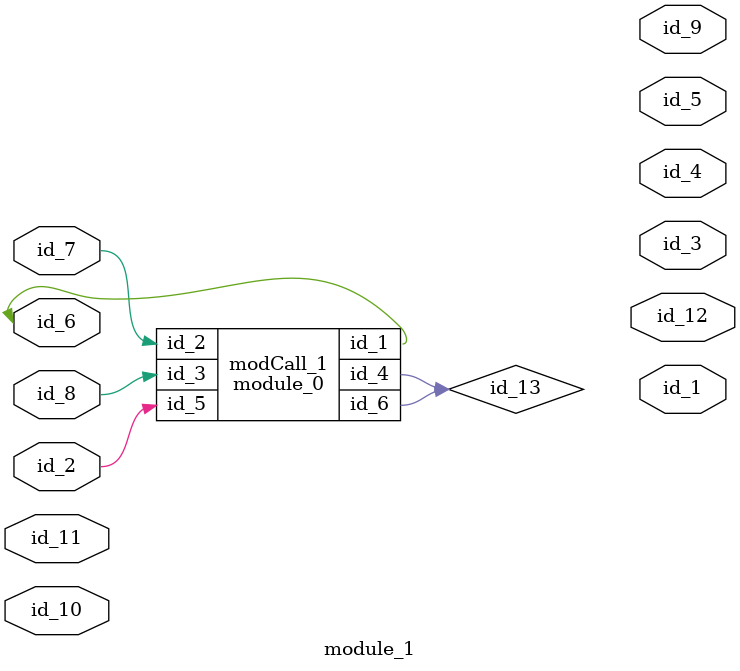
<source format=v>
module module_0 (
    id_1,
    id_2,
    id_3,
    id_4,
    id_5,
    id_6
);
  inout wire id_6;
  input wire id_5;
  inout wire id_4;
  input wire id_3;
  input wire id_2;
  inout wire id_1;
  assign id_6 = id_5;
endmodule
module module_1 (
    id_1,
    id_2,
    id_3,
    id_4,
    id_5,
    id_6,
    id_7,
    id_8,
    id_9,
    id_10,
    id_11,
    id_12
);
  output wire id_12;
  inout wire id_11;
  input wire id_10;
  output wire id_9;
  input wire id_8;
  input wire id_7;
  inout wire id_6;
  output wire id_5;
  output wire id_4;
  output wire id_3;
  input wire id_2;
  output wire id_1;
  wire id_13;
  module_0 modCall_1 (
      id_6,
      id_7,
      id_8,
      id_13,
      id_2,
      id_13
  );
  wire id_14, id_15;
endmodule

</source>
